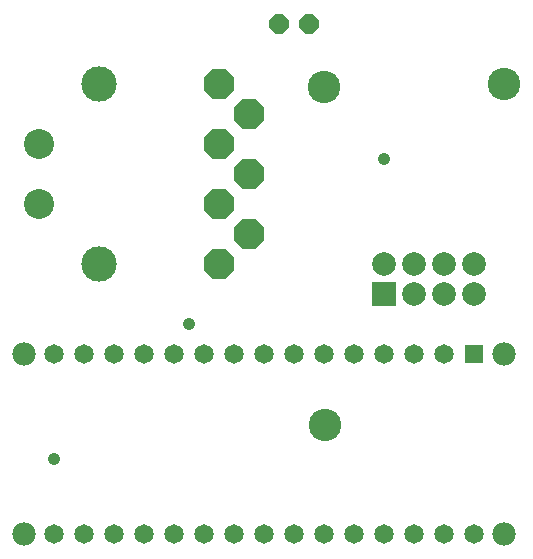
<source format=gbr>
G04 EAGLE Gerber RS-274X export*
G75*
%MOMM*%
%FSLAX34Y34*%
%LPD*%
%INSoldermask Bottom*%
%IPPOS*%
%AMOC8*
5,1,8,0,0,1.08239X$1,22.5*%
G01*
%ADD10C,2.743200*%
%ADD11C,1.981200*%
%ADD12R,1.643200X1.643200*%
%ADD13C,1.643200*%
%ADD14P,1.803519X8X22.500000*%
%ADD15R,2.003200X2.003200*%
%ADD16C,2.003200*%
%ADD17P,2.749271X8X292.500000*%
%ADD18C,2.540000*%
%ADD19C,2.997200*%
%ADD20C,1.061200*%


D10*
X304800Y444500D03*
X152908Y155702D03*
X152400Y442214D03*
D11*
X304800Y215900D03*
D12*
X279400Y215900D03*
D13*
X254000Y215900D03*
X228600Y215900D03*
X203200Y215900D03*
X177800Y215900D03*
X152400Y215900D03*
X127000Y215900D03*
X101600Y215900D03*
X76200Y215900D03*
X50800Y215900D03*
X25400Y215900D03*
X0Y215900D03*
X-25400Y215900D03*
X-50800Y215900D03*
X-76200Y215900D03*
X-76200Y63500D03*
X-50800Y63500D03*
X-25400Y63500D03*
X0Y63500D03*
X25400Y63500D03*
X50800Y63500D03*
X76200Y63500D03*
X101600Y63500D03*
X127000Y63500D03*
X152400Y63500D03*
X177800Y63500D03*
X203200Y63500D03*
X228600Y63500D03*
X254000Y63500D03*
X279400Y63500D03*
D11*
X304800Y63500D03*
X-101600Y63500D03*
X-101600Y215900D03*
D14*
X114300Y495300D03*
X139700Y495300D03*
D15*
X203200Y266700D03*
D16*
X279400Y292100D03*
X254000Y292100D03*
X228600Y292100D03*
X203200Y292100D03*
X228600Y266700D03*
X254000Y266700D03*
X279400Y266700D03*
D17*
X88900Y317500D03*
X88900Y419100D03*
X63500Y342900D03*
X63500Y393700D03*
X88900Y368300D03*
X63500Y292100D03*
X63500Y444500D03*
D18*
X-88900Y342900D03*
X-88900Y393700D03*
D19*
X-38100Y292100D03*
X-38100Y444500D03*
D20*
X203200Y381000D03*
X-76200Y127000D03*
X38100Y241300D03*
M02*

</source>
